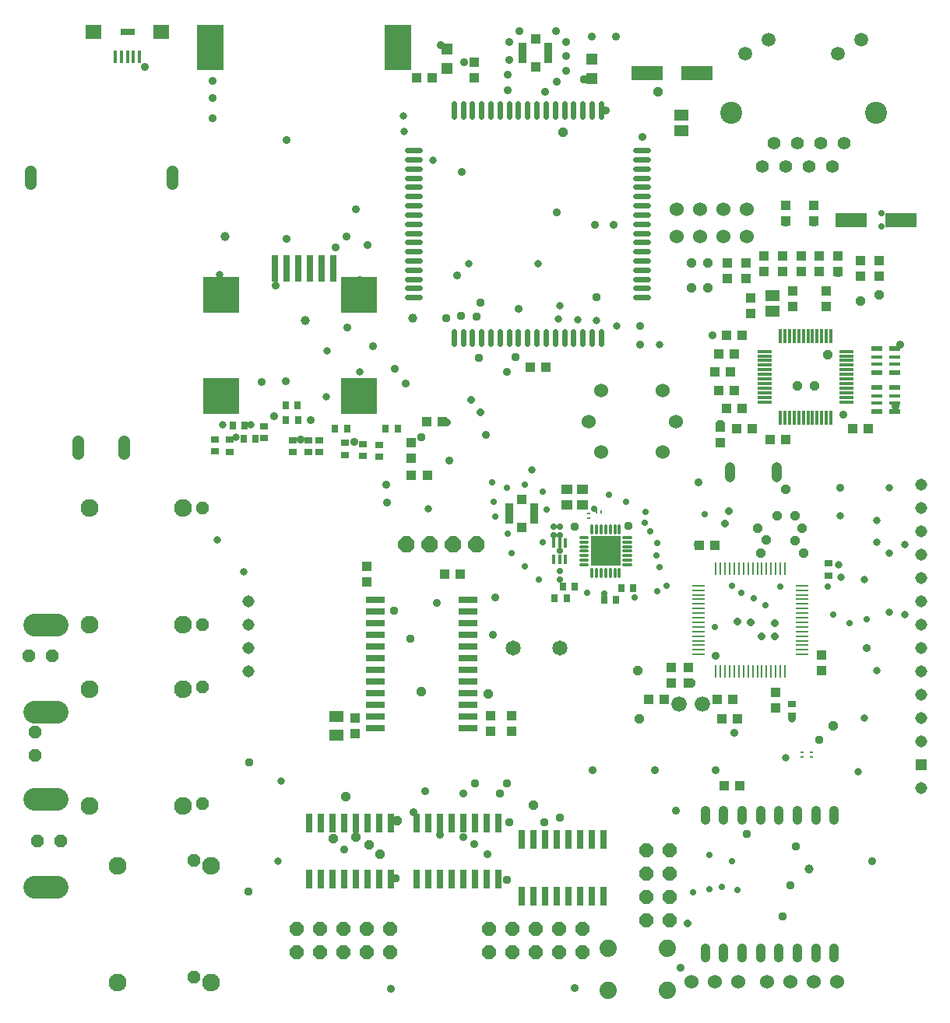
<source format=gts>
G75*
G70*
%OFA0B0*%
%FSLAX24Y24*%
%IPPOS*%
%LPD*%
%AMOC8*
5,1,8,0,0,1.08239X$1,22.5*
%
%ADD10R,0.0394X0.0433*%
%ADD11R,0.0433X0.0394*%
%ADD12R,0.0354X0.0276*%
%ADD13R,0.0276X0.0354*%
%ADD14R,0.0630X0.0512*%
%ADD15R,0.1378X0.0630*%
%ADD16C,0.0594*%
%ADD17C,0.0945*%
%ADD18C,0.0554*%
%ADD19C,0.0236*%
%ADD20R,0.0260X0.0800*%
%ADD21R,0.0800X0.0260*%
%ADD22R,0.0472X0.0472*%
%ADD23C,0.0440*%
%ADD24R,0.0110X0.0580*%
%ADD25R,0.0580X0.0110*%
%ADD26R,0.0118X0.0591*%
%ADD27R,0.0591X0.0118*%
%ADD28C,0.0650*%
%ADD29C,0.0600*%
%ADD30OC8,0.0600*%
%ADD31R,0.0591X0.0512*%
%ADD32C,0.0740*%
%ADD33C,0.0660*%
%ADD34C,0.0397*%
%ADD35R,0.0169X0.0110*%
%ADD36R,0.0335X0.0866*%
%ADD37R,0.0394X0.0413*%
%ADD38R,0.0295X0.1181*%
%ADD39R,0.1181X0.1969*%
%ADD40C,0.0760*%
%ADD41OC8,0.0520*%
%ADD42C,0.0974*%
%ADD43C,0.0515*%
%ADD44R,0.0515X0.0515*%
%ADD45R,0.0453X0.0173*%
%ADD46R,0.0453X0.0248*%
%ADD47C,0.0118*%
%ADD48R,0.1280X0.1280*%
%ADD49R,0.0472X0.0394*%
%ADD50R,0.0138X0.0098*%
%ADD51R,0.0098X0.0138*%
%ADD52R,0.0138X0.0394*%
%ADD53R,0.0157X0.0551*%
%ADD54R,0.0709X0.0591*%
%ADD55R,0.0591X0.0276*%
%ADD56C,0.0515*%
%ADD57R,0.1575X0.1575*%
%ADD58OC8,0.0700*%
%ADD59OC8,0.0396*%
%ADD60C,0.0357*%
%ADD61C,0.0396*%
%ADD62C,0.0317*%
%ADD63OC8,0.0317*%
%ADD64OC8,0.0278*%
%ADD65OC8,0.0357*%
%ADD66C,0.0278*%
D10*
X017538Y012979D03*
X017538Y013648D03*
X018030Y019475D03*
X018030Y020144D03*
X021387Y019810D03*
X022056Y019810D03*
X019950Y024790D03*
X019950Y025459D03*
X023345Y013747D03*
X023345Y013078D03*
X024231Y013078D03*
X024231Y013747D03*
X031072Y015144D03*
X031072Y015814D03*
X031810Y015814D03*
X031810Y015144D03*
X035550Y014731D03*
X035550Y014062D03*
X037519Y015686D03*
X037519Y016355D03*
X033188Y025430D03*
X033188Y026099D03*
X033887Y026060D03*
X034556Y026060D03*
X038857Y026060D03*
X039526Y026060D03*
X037715Y031286D03*
X037715Y031956D03*
X037420Y032763D03*
X037420Y033432D03*
X036288Y031956D03*
X036288Y031286D03*
X035845Y032763D03*
X035845Y033432D03*
X035058Y033432D03*
X035058Y032763D03*
X034467Y031660D03*
X034467Y030991D03*
X033483Y032467D03*
X033483Y033137D03*
X020845Y041080D03*
X020176Y041080D03*
D11*
X022637Y041089D03*
X022637Y041759D03*
X033444Y030046D03*
X034113Y030046D03*
X033769Y029259D03*
X033099Y029259D03*
X032952Y028471D03*
X033621Y028471D03*
X033769Y027684D03*
X033444Y026896D03*
X034113Y026896D03*
X033099Y027684D03*
X035314Y025568D03*
X035983Y025568D03*
X032932Y021040D03*
X032263Y021040D03*
X033050Y014446D03*
X033719Y014446D03*
X033916Y013609D03*
X033247Y013609D03*
X030767Y014446D03*
X030097Y014446D03*
X033345Y010755D03*
X034015Y010755D03*
X020629Y024042D03*
X019959Y024042D03*
X020599Y026355D03*
X021269Y026355D03*
X025028Y028668D03*
X025698Y028668D03*
X034270Y032467D03*
X034270Y033137D03*
X035993Y034928D03*
X035993Y035597D03*
X037174Y035597D03*
X037174Y034928D03*
X036633Y033432D03*
X036633Y032763D03*
X038207Y032763D03*
X038207Y033432D03*
X039192Y033235D03*
X039192Y032566D03*
X039979Y032566D03*
X039979Y033235D03*
D12*
X037814Y020263D03*
X037814Y019751D03*
X036239Y014259D03*
X036239Y013747D03*
X018581Y024839D03*
X018581Y025351D03*
X017863Y025391D03*
X017863Y024879D03*
X017115Y024918D03*
X017115Y025430D03*
X016013Y025548D03*
X015540Y025548D03*
X015540Y025036D03*
X016013Y025036D03*
X014871Y025036D03*
X014871Y025548D03*
X013631Y025637D03*
X013631Y026148D03*
X012164Y025568D03*
X012164Y025056D03*
X011544Y025071D03*
X011544Y025582D03*
D13*
X012302Y026173D03*
X012774Y025627D03*
X012814Y026173D03*
X013286Y025627D03*
X014585Y026424D03*
X015097Y026424D03*
X015078Y027054D03*
X014566Y027054D03*
X016692Y026060D03*
X017204Y026060D03*
X018857Y026060D03*
X019369Y026060D03*
X026436Y019269D03*
X026603Y018776D03*
X026091Y018776D03*
X026948Y019269D03*
X028207Y018727D03*
X028719Y018727D03*
X028946Y019219D03*
X029457Y019219D03*
D14*
X016751Y013707D03*
X016751Y012920D03*
D15*
X038769Y034967D03*
X040894Y034967D03*
X032184Y041267D03*
X030058Y041267D03*
D16*
X034241Y042105D03*
X035241Y042704D03*
X038221Y042105D03*
X039221Y042704D03*
D17*
X039831Y039574D03*
X033631Y039574D03*
D18*
X035481Y038274D03*
X036481Y038274D03*
X037481Y038274D03*
X038481Y038274D03*
X037981Y037274D03*
X036981Y037274D03*
X035981Y037274D03*
X034981Y037274D03*
D19*
X030077Y037182D02*
X029527Y037182D01*
X029527Y037576D02*
X030077Y037576D01*
X030077Y037969D02*
X029527Y037969D01*
X029527Y036788D02*
X030077Y036788D01*
X030077Y036394D02*
X029527Y036394D01*
X029527Y036001D02*
X030077Y036001D01*
X030077Y035607D02*
X029527Y035607D01*
X029527Y035213D02*
X030077Y035213D01*
X030077Y034820D02*
X029527Y034820D01*
X029527Y034426D02*
X030077Y034426D01*
X030077Y034032D02*
X029527Y034032D01*
X029527Y033639D02*
X030077Y033639D01*
X030077Y033245D02*
X029527Y033245D01*
X029527Y032851D02*
X030077Y032851D01*
X030077Y032457D02*
X029527Y032457D01*
X029527Y032064D02*
X030077Y032064D01*
X030077Y031670D02*
X029527Y031670D01*
X028070Y030213D02*
X028070Y029663D01*
X027676Y029663D02*
X027676Y030213D01*
X027282Y030213D02*
X027282Y029663D01*
X026889Y029663D02*
X026889Y030213D01*
X026495Y030213D02*
X026495Y029663D01*
X026101Y029663D02*
X026101Y030213D01*
X025707Y030213D02*
X025707Y029663D01*
X025314Y029663D02*
X025314Y030213D01*
X024920Y030213D02*
X024920Y029663D01*
X024526Y029663D02*
X024526Y030213D01*
X024133Y030213D02*
X024133Y029663D01*
X023739Y029663D02*
X023739Y030213D01*
X023345Y030213D02*
X023345Y029663D01*
X022952Y029663D02*
X022952Y030213D01*
X022558Y030213D02*
X022558Y029663D01*
X022164Y029663D02*
X022164Y030213D01*
X021770Y030213D02*
X021770Y029663D01*
X020313Y031670D02*
X019763Y031670D01*
X019763Y032064D02*
X020313Y032064D01*
X020313Y032457D02*
X019763Y032457D01*
X019763Y032851D02*
X020313Y032851D01*
X020313Y033245D02*
X019763Y033245D01*
X019763Y033639D02*
X020313Y033639D01*
X020313Y034032D02*
X019763Y034032D01*
X019763Y034426D02*
X020313Y034426D01*
X020313Y034820D02*
X019763Y034820D01*
X019763Y035213D02*
X020313Y035213D01*
X020313Y035607D02*
X019763Y035607D01*
X019763Y036001D02*
X020313Y036001D01*
X020313Y036394D02*
X019763Y036394D01*
X019763Y036788D02*
X020313Y036788D01*
X020313Y037182D02*
X019763Y037182D01*
X019763Y037576D02*
X020313Y037576D01*
X020313Y037969D02*
X019763Y037969D01*
X021770Y039427D02*
X021770Y039977D01*
X022164Y039977D02*
X022164Y039427D01*
X022558Y039427D02*
X022558Y039977D01*
X022952Y039977D02*
X022952Y039427D01*
X023345Y039427D02*
X023345Y039977D01*
X023739Y039977D02*
X023739Y039427D01*
X024133Y039427D02*
X024133Y039977D01*
X024526Y039977D02*
X024526Y039427D01*
X024920Y039427D02*
X024920Y039977D01*
X025314Y039977D02*
X025314Y039427D01*
X025707Y039427D02*
X025707Y039977D01*
X026101Y039977D02*
X026101Y039427D01*
X026495Y039427D02*
X026495Y039977D01*
X026889Y039977D02*
X026889Y039427D01*
X027282Y039427D02*
X027282Y039977D01*
X027676Y039977D02*
X027676Y039427D01*
X028070Y039427D02*
X028070Y039977D01*
D20*
X023668Y009160D03*
X023168Y009160D03*
X022668Y009160D03*
X022168Y009160D03*
X021668Y009160D03*
X021168Y009160D03*
X020668Y009160D03*
X020168Y009160D03*
X019091Y009160D03*
X018591Y009160D03*
X018091Y009160D03*
X017591Y009160D03*
X017091Y009160D03*
X016591Y009160D03*
X016091Y009160D03*
X015591Y009160D03*
X015591Y006740D03*
X016091Y006740D03*
X016591Y006740D03*
X017091Y006740D03*
X017591Y006740D03*
X018091Y006740D03*
X018591Y006740D03*
X019091Y006740D03*
X020168Y006740D03*
X020668Y006740D03*
X021168Y006740D03*
X021668Y006740D03*
X022168Y006740D03*
X022668Y006740D03*
X023168Y006740D03*
X023668Y006740D03*
X024682Y006027D03*
X025182Y006027D03*
X025682Y006027D03*
X026182Y006027D03*
X026682Y006027D03*
X027182Y006027D03*
X027682Y006027D03*
X028182Y006027D03*
X028182Y008447D03*
X027682Y008447D03*
X027182Y008447D03*
X026682Y008447D03*
X026182Y008447D03*
X025682Y008447D03*
X025182Y008447D03*
X024682Y008447D03*
D21*
X022373Y013221D03*
X022373Y013721D03*
X022373Y014221D03*
X022373Y014721D03*
X022373Y015221D03*
X022373Y015721D03*
X022373Y016221D03*
X022373Y016721D03*
X022373Y017221D03*
X022373Y017721D03*
X022373Y018221D03*
X022373Y018721D03*
X018413Y018721D03*
X018413Y018221D03*
X018413Y017721D03*
X018413Y017221D03*
X018413Y016721D03*
X018413Y016221D03*
X018413Y015721D03*
X018413Y015221D03*
X018413Y014721D03*
X018413Y014221D03*
X018413Y013721D03*
X018413Y013221D03*
D22*
X027676Y041050D03*
X027676Y041877D03*
X021475Y041493D03*
X021475Y042320D03*
D23*
X033566Y024410D02*
X033566Y023970D01*
X035566Y023970D02*
X035566Y024410D01*
D24*
X035547Y020051D03*
X035357Y020051D03*
X035157Y020051D03*
X034957Y020051D03*
X034767Y020051D03*
X034567Y020051D03*
X034367Y020051D03*
X034167Y020051D03*
X033977Y020051D03*
X033777Y020051D03*
X033577Y020051D03*
X033387Y020051D03*
X033187Y020051D03*
X032987Y020051D03*
X035747Y020051D03*
X035947Y020051D03*
X035947Y015631D03*
X035747Y015631D03*
X035547Y015631D03*
X035357Y015631D03*
X035157Y015631D03*
X034957Y015631D03*
X034767Y015631D03*
X034567Y015631D03*
X034367Y015631D03*
X034167Y015631D03*
X033977Y015631D03*
X033777Y015631D03*
X033577Y015631D03*
X033387Y015631D03*
X033187Y015631D03*
X032987Y015631D03*
D25*
X032257Y016361D03*
X032257Y016561D03*
X032257Y016761D03*
X032257Y016951D03*
X032257Y017151D03*
X032257Y017351D03*
X032257Y017541D03*
X032257Y017741D03*
X032257Y017941D03*
X032257Y018141D03*
X032257Y018331D03*
X032257Y018531D03*
X032257Y018731D03*
X032257Y018921D03*
X032257Y019121D03*
X032257Y019321D03*
X036677Y019321D03*
X036677Y019121D03*
X036677Y018921D03*
X036677Y018731D03*
X036677Y018531D03*
X036677Y018331D03*
X036677Y018141D03*
X036677Y017941D03*
X036677Y017741D03*
X036677Y017541D03*
X036677Y017351D03*
X036677Y017151D03*
X036677Y016951D03*
X036677Y016761D03*
X036677Y016561D03*
X036677Y016361D03*
D26*
X036731Y026522D03*
X036534Y026522D03*
X036337Y026522D03*
X036141Y026522D03*
X035944Y026522D03*
X035747Y026522D03*
X036928Y026522D03*
X037125Y026522D03*
X037322Y026522D03*
X037519Y026522D03*
X037715Y026522D03*
X037912Y026522D03*
X037912Y030026D03*
X037715Y030026D03*
X037519Y030026D03*
X037322Y030026D03*
X037125Y030026D03*
X036928Y030026D03*
X036731Y030026D03*
X036534Y030026D03*
X036337Y030026D03*
X036141Y030026D03*
X035944Y030026D03*
X035747Y030026D03*
D27*
X035078Y029357D03*
X035078Y029160D03*
X035078Y028963D03*
X035078Y028767D03*
X035078Y028570D03*
X035078Y028373D03*
X035078Y028176D03*
X035078Y027979D03*
X035078Y027782D03*
X035078Y027585D03*
X035078Y027389D03*
X035078Y027192D03*
X038581Y027192D03*
X038581Y027389D03*
X038581Y027585D03*
X038581Y027782D03*
X038581Y027979D03*
X038581Y028176D03*
X038581Y028373D03*
X038581Y028570D03*
X038581Y028767D03*
X038581Y028963D03*
X038581Y029160D03*
X038581Y029357D03*
D28*
X026314Y016660D03*
X024314Y016660D03*
D29*
X028080Y025036D03*
X027528Y026355D03*
X028080Y027674D03*
X030717Y027674D03*
X031269Y026355D03*
X030717Y025036D03*
X031294Y034278D03*
X032294Y034278D03*
X033294Y034278D03*
X033294Y035459D03*
X032294Y035459D03*
X031294Y035459D03*
X034294Y035459D03*
X034294Y034278D03*
X033942Y002339D03*
X032942Y002339D03*
X031942Y002339D03*
X035182Y002339D03*
X036182Y002339D03*
X037182Y002339D03*
X038182Y002339D03*
D30*
X031020Y004973D03*
X030020Y004973D03*
X030020Y005973D03*
X030020Y006973D03*
X030020Y007973D03*
X031020Y007973D03*
X031020Y006973D03*
X031020Y005973D03*
X027265Y004621D03*
X026265Y004621D03*
X025265Y004621D03*
X025265Y003621D03*
X026265Y003621D03*
X027265Y003621D03*
X024265Y003621D03*
X023265Y003621D03*
X023265Y004621D03*
X024265Y004621D03*
X019046Y004621D03*
X018046Y004621D03*
X017046Y004621D03*
X016046Y004621D03*
X015046Y004621D03*
X015046Y003621D03*
X016046Y003621D03*
X017046Y003621D03*
X018046Y003621D03*
X019046Y003621D03*
D31*
X035402Y031089D03*
X035402Y031759D03*
X031515Y038816D03*
X031515Y039485D03*
D32*
X030924Y003771D03*
X030924Y001991D03*
X028364Y001991D03*
X028364Y003771D03*
D33*
X031408Y014249D03*
X032408Y014249D03*
D34*
X032538Y009675D02*
X032538Y009278D01*
X033326Y009278D02*
X033326Y009675D01*
X034113Y009675D02*
X034113Y009278D01*
X034900Y009278D02*
X034900Y009675D01*
X035688Y009675D02*
X035688Y009278D01*
X036475Y009278D02*
X036475Y009675D01*
X037263Y009675D02*
X037263Y009278D01*
X038050Y009278D02*
X038050Y009675D01*
X038050Y003767D02*
X038050Y003370D01*
X037263Y003370D02*
X037263Y003767D01*
X036475Y003767D02*
X036475Y003370D01*
X035688Y003370D02*
X035688Y003767D01*
X034900Y003767D02*
X034900Y003370D01*
X034113Y003370D02*
X034113Y003767D01*
X033326Y003767D02*
X033326Y003370D01*
X032538Y003370D02*
X032538Y003767D01*
D35*
X036682Y011983D03*
X036682Y012184D03*
X037076Y012184D03*
X037076Y011983D03*
D36*
X025215Y022418D03*
X024133Y022418D03*
X024723Y042152D03*
X025806Y042152D03*
D37*
X025265Y041552D03*
X025265Y042753D03*
X024674Y023019D03*
X024674Y021818D03*
D38*
X016621Y032918D03*
X016121Y032918D03*
X015621Y032918D03*
X015121Y032918D03*
X014621Y032918D03*
X014121Y032918D03*
D39*
X011341Y042379D03*
X019393Y042379D03*
D40*
X010188Y022654D03*
X006188Y022654D03*
X006188Y017654D03*
X006188Y014879D03*
X010188Y014879D03*
X010188Y017654D03*
X010188Y009879D03*
X011369Y007300D03*
X007369Y007300D03*
X006188Y009879D03*
X007369Y002300D03*
X011369Y002300D03*
D41*
X010648Y002546D03*
X010648Y007546D03*
X011008Y009962D03*
X011008Y014962D03*
X011008Y017635D03*
X011008Y022635D03*
X004593Y016296D03*
X003593Y016296D03*
X003828Y013056D03*
X003828Y012056D03*
X003948Y008393D03*
X004948Y008393D03*
D42*
X004787Y006424D02*
X003813Y006424D01*
X003813Y010164D02*
X004787Y010164D01*
X004787Y013904D02*
X003813Y013904D01*
X003813Y017644D02*
X004787Y017644D01*
D43*
X012975Y017652D03*
X012975Y016652D03*
X012975Y015652D03*
X012975Y018652D03*
X041786Y018652D03*
X041786Y019652D03*
X041786Y020652D03*
X041786Y021652D03*
X041786Y022652D03*
X041786Y023652D03*
X041786Y017652D03*
X041786Y016652D03*
X041786Y015652D03*
X041786Y014652D03*
X041786Y013652D03*
X041786Y012652D03*
X041786Y010652D03*
D44*
X041786Y011652D03*
D45*
X040658Y027133D03*
X040658Y027448D03*
X039891Y027448D03*
X039891Y027133D03*
X039891Y028806D03*
X039891Y029121D03*
X040658Y029121D03*
X040658Y028806D03*
D46*
X040658Y028454D03*
X040658Y027800D03*
X039891Y027800D03*
X039891Y028454D03*
X039891Y029473D03*
X040658Y029473D03*
X040658Y026780D03*
X039891Y026780D03*
D47*
X029339Y021385D02*
X029045Y021385D01*
X029045Y021188D02*
X029339Y021188D01*
X029339Y020991D02*
X029045Y020991D01*
X029045Y020794D02*
X029339Y020794D01*
X029339Y020597D02*
X029045Y020597D01*
X029045Y020400D02*
X029339Y020400D01*
X029339Y020204D02*
X029045Y020204D01*
X028857Y020016D02*
X028857Y019722D01*
X028660Y019722D02*
X028660Y020016D01*
X028463Y020016D02*
X028463Y019722D01*
X028267Y019722D02*
X028267Y020016D01*
X028070Y020016D02*
X028070Y019722D01*
X027873Y019722D02*
X027873Y020016D01*
X027676Y020016D02*
X027676Y019722D01*
X027488Y020204D02*
X027194Y020204D01*
X027194Y020400D02*
X027488Y020400D01*
X027488Y020597D02*
X027194Y020597D01*
X027194Y020794D02*
X027488Y020794D01*
X027488Y020991D02*
X027194Y020991D01*
X027194Y021188D02*
X027488Y021188D01*
X027488Y021385D02*
X027194Y021385D01*
X027676Y021572D02*
X027676Y021866D01*
X027873Y021866D02*
X027873Y021572D01*
X028070Y021572D02*
X028070Y021866D01*
X028267Y021866D02*
X028267Y021572D01*
X028463Y021572D02*
X028463Y021866D01*
X028660Y021866D02*
X028660Y021572D01*
X028857Y021572D02*
X028857Y021866D01*
D48*
X028267Y020794D03*
D49*
X027272Y022772D03*
X026603Y022772D03*
X026603Y023442D03*
X027272Y023442D03*
D50*
X027528Y022418D03*
X027528Y022221D03*
D51*
X027873Y022467D03*
X028070Y022467D03*
D52*
X026554Y021148D03*
X026298Y021148D03*
X026042Y021148D03*
X026042Y020440D03*
X026298Y020440D03*
X026554Y020440D03*
D53*
X008306Y041975D03*
X008050Y041975D03*
X007794Y041975D03*
X007538Y041975D03*
X007282Y041975D03*
D54*
X006344Y043038D03*
X009244Y043038D03*
D55*
X007794Y043038D03*
D56*
X009694Y037075D02*
X009694Y036560D01*
X003631Y036560D02*
X003631Y037075D01*
X005678Y025500D02*
X005678Y024985D01*
X007646Y024985D02*
X007646Y025500D01*
D57*
X011810Y027438D03*
X011810Y031769D03*
X017715Y031769D03*
X017715Y027438D03*
D58*
X019739Y021092D03*
X020739Y021092D03*
X021739Y021092D03*
X022739Y021092D03*
D59*
X023247Y014692D03*
X024231Y013068D03*
X025166Y009918D03*
X029694Y013609D03*
X029644Y015676D03*
X031908Y015135D03*
X034024Y010755D03*
X038011Y013314D03*
X037519Y015676D03*
X036731Y020696D03*
X036387Y021237D03*
X036682Y021778D03*
X036387Y022320D03*
X035599Y022320D03*
X034763Y021778D03*
X035156Y021286D03*
X034910Y020696D03*
X035993Y023452D03*
X035993Y025568D03*
X035304Y025568D03*
X033188Y026207D03*
X036485Y027881D03*
X037223Y027881D03*
X037765Y029209D03*
X037715Y031276D03*
X039192Y031522D03*
X039979Y031769D03*
X039979Y033245D03*
X039192Y033245D03*
X038207Y032753D03*
X037174Y034918D03*
X035993Y034918D03*
X034270Y033146D03*
X032646Y033146D03*
X031957Y033146D03*
X031957Y032064D03*
X032646Y032064D03*
X034467Y030981D03*
X026446Y038757D03*
X030511Y040469D03*
X020393Y014790D03*
X016751Y013707D03*
X017144Y010263D03*
X017587Y008540D03*
X018129Y008196D03*
X018621Y007802D03*
X019359Y009229D03*
X016603Y008491D03*
D60*
X017091Y007999D03*
X020048Y009623D03*
X020540Y010509D03*
X022168Y010410D03*
X022164Y008540D03*
X022656Y008245D03*
X023198Y007802D03*
X021180Y008639D03*
X019064Y002044D03*
X026938Y002093D03*
X031465Y002930D03*
X031269Y009672D03*
X030383Y011394D03*
X032991Y011394D03*
X033778Y013019D03*
X035550Y014731D03*
X032991Y016316D03*
X032942Y021040D03*
X032204Y021089D03*
X032253Y023747D03*
X029743Y029652D03*
X029743Y030440D03*
X032843Y030046D03*
X028611Y034770D03*
X027824Y034770D03*
X026160Y035302D03*
X029841Y038560D03*
X028286Y039682D03*
X026593Y041365D03*
X026160Y040922D03*
X025688Y040479D03*
X026593Y042005D03*
X026593Y042595D03*
X026150Y043087D03*
X027676Y042841D03*
X028709Y042841D03*
X031908Y041316D03*
X024576Y043087D03*
X024133Y042595D03*
X024133Y041857D03*
X024083Y041217D03*
X024083Y040528D03*
X022223Y041759D03*
X021219Y042487D03*
X022115Y037034D03*
X018089Y033924D03*
X017184Y034278D03*
X016711Y033806D03*
X017735Y032408D03*
X017213Y030361D03*
X018316Y029583D03*
X019231Y028609D03*
X019704Y027979D03*
X017499Y025479D03*
X015653Y026399D03*
X015215Y025578D03*
X014069Y026586D03*
X013557Y028033D03*
X014561Y028063D03*
X014133Y032192D03*
X014605Y034190D03*
X017568Y035459D03*
X014625Y038422D03*
X011436Y039357D03*
X011436Y040194D03*
X011436Y040932D03*
X008532Y041552D03*
X021908Y032625D03*
X024546Y031168D03*
X024034Y028471D03*
X023148Y025765D03*
X021593Y024672D03*
X018877Y023648D03*
X018916Y022861D03*
X021032Y018580D03*
X023444Y017202D03*
X023542Y018826D03*
X027725Y011394D03*
X038306Y023501D03*
X038454Y026650D03*
X040668Y026995D03*
X040865Y029652D03*
X039438Y016660D03*
X039684Y007507D03*
D61*
X036977Y007162D03*
X019999Y030784D03*
X015422Y030686D03*
X011977Y034278D03*
D62*
X011751Y032643D03*
X016347Y029372D03*
X017745Y028491D03*
X016323Y027423D03*
X013060Y026207D03*
X012450Y025676D03*
X011879Y026207D03*
X011633Y021286D03*
X012765Y019908D03*
X020688Y022615D03*
X025117Y024288D03*
X028759Y030440D03*
X027873Y030686D03*
X027085Y030725D03*
X026259Y030735D03*
X026298Y031326D03*
X025363Y033097D03*
X022410Y033097D03*
X020885Y037556D03*
X019654Y038781D03*
X019620Y039456D03*
X030580Y029652D03*
X038306Y022320D03*
X039881Y022123D03*
X039881Y021188D03*
X040422Y020696D03*
X041062Y021089D03*
X039339Y019564D03*
X038355Y019662D03*
X038257Y020204D03*
X040422Y018186D03*
X041062Y018087D03*
X039881Y015676D03*
X039339Y013658D03*
X039093Y011345D03*
X035993Y011936D03*
X036239Y013609D03*
X040422Y023501D03*
X014389Y010952D03*
X014241Y007507D03*
D63*
X031761Y004849D03*
X034959Y017152D03*
X035501Y017152D03*
X035501Y017694D03*
X034467Y017743D03*
X033926Y017792D03*
X033385Y021975D03*
X033532Y022517D03*
X022902Y026749D03*
X022499Y027290D03*
X021475Y026306D03*
D64*
X027479Y019022D03*
X028217Y018973D03*
X035107Y018481D03*
X035747Y019269D03*
X038011Y018087D03*
X038700Y017694D03*
X039438Y017891D03*
X032696Y007777D03*
X033685Y007507D03*
X033237Y006424D03*
X032696Y006326D03*
X032007Y006178D03*
X033901Y006271D03*
D65*
X035845Y005144D03*
X036190Y006473D03*
X036426Y008132D03*
X034295Y008663D03*
X037420Y012723D03*
X028562Y020499D03*
X028562Y021089D03*
X027971Y021089D03*
X027971Y020499D03*
X026938Y021828D03*
X029251Y021877D03*
X022853Y029062D03*
X024408Y029111D03*
X022755Y030853D03*
X022902Y031444D03*
X022066Y030863D03*
X021446Y030784D03*
X020393Y025666D03*
X019211Y018235D03*
X019900Y017054D03*
X022668Y010853D03*
X023739Y010410D03*
X024034Y010853D03*
X024133Y009180D03*
X025658Y009180D03*
X026298Y009377D03*
X024034Y006719D03*
X019261Y006769D03*
X012961Y006227D03*
X013011Y011739D03*
X027873Y031670D03*
X027331Y041020D03*
D66*
X040078Y035263D03*
X040078Y034721D03*
X029152Y022910D03*
X028414Y023206D03*
X027774Y022615D03*
X026298Y021828D03*
X026052Y021828D03*
X026052Y021483D03*
X026298Y021483D03*
X026298Y020794D03*
X026298Y019957D03*
X026298Y019564D03*
X025412Y019564D03*
X024822Y020154D03*
X024231Y020696D03*
X024083Y021532D03*
X023542Y022270D03*
X023493Y022910D03*
X024034Y023501D03*
X023394Y023747D03*
X024822Y023648D03*
X025560Y023353D03*
X025757Y022566D03*
X025560Y021188D03*
X029497Y018826D03*
X030481Y019072D03*
X030875Y019318D03*
X030580Y020105D03*
X030432Y020597D03*
X030481Y021139D03*
X030186Y021631D03*
X029940Y022024D03*
X029989Y022467D03*
X032499Y022369D03*
X033680Y019318D03*
X034074Y019022D03*
X034615Y018776D03*
X032942Y017546D03*
X037765Y019269D03*
M02*

</source>
